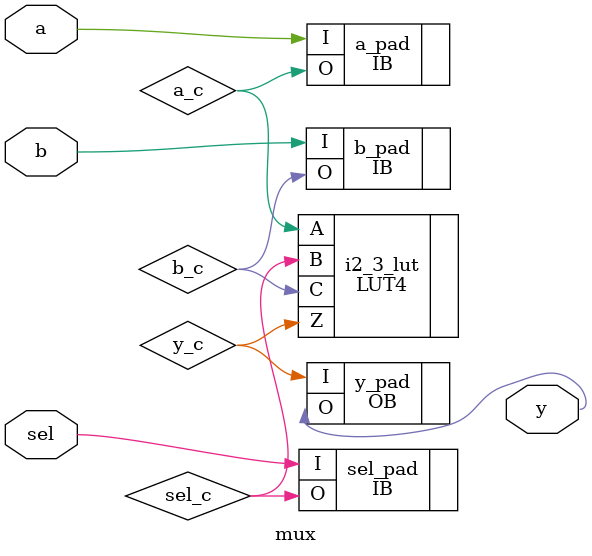
<source format=v>

module mux (a, b, sel, y) /* synthesis syn_module_defined=1 */ ;   // d:/rtl_fpga/vhdl/comparator/comparador_fluxo.v(1[8:11])
    input a;   // d:/rtl_fpga/vhdl/comparator/comparador_fluxo.v(2[7:8])
    input b;   // d:/rtl_fpga/vhdl/comparator/comparador_fluxo.v(2[9:10])
    input sel;   // d:/rtl_fpga/vhdl/comparator/comparador_fluxo.v(2[11:14])
    output y;   // d:/rtl_fpga/vhdl/comparator/comparador_fluxo.v(3[8:9])
    
    
    wire a_c, b_c, sel_c, y_c, VCC_net, GND_net;
    
    PUR PUR_INST (.PUR(VCC_net));
    defparam PUR_INST.RST_PULSE = 1;
    VLO i32 (.Z(GND_net));
    VHI i25 (.Z(VCC_net));
    LUT4 i2_3_lut (.A(a_c), .B(sel_c), .C(b_c), .Z(y_c)) /* synthesis lut_function=(A+(B+(C))) */ ;   // d:/rtl_fpga/vhdl/comparator/comparador_fluxo.v(5[13:33])
    defparam i2_3_lut.init = 16'hfefe;
    OB y_pad (.I(y_c), .O(y));   // d:/rtl_fpga/vhdl/comparator/comparador_fluxo.v(3[8:9])
    IB a_pad (.I(a), .O(a_c));   // d:/rtl_fpga/vhdl/comparator/comparador_fluxo.v(2[7:8])
    IB b_pad (.I(b), .O(b_c));   // d:/rtl_fpga/vhdl/comparator/comparador_fluxo.v(2[9:10])
    IB sel_pad (.I(sel), .O(sel_c));   // d:/rtl_fpga/vhdl/comparator/comparador_fluxo.v(2[11:14])
    GSR GSR_INST (.GSR(VCC_net));
    
endmodule
//
// Verilog Description of module PUR
// module not written out since it is a black-box. 
//


</source>
